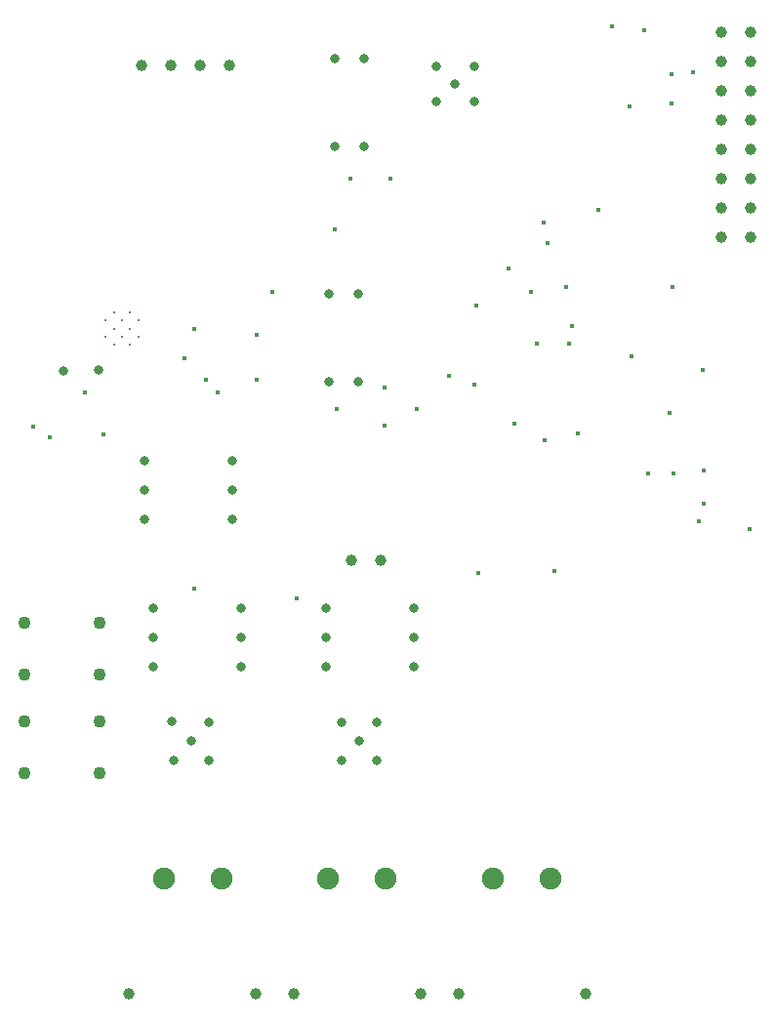
<source format=gbr>
%TF.GenerationSoftware,KiCad,Pcbnew,8.0.6*%
%TF.CreationDate,2025-05-10T04:30:55+07:00*%
%TF.ProjectId,FCU32 2 LAYER,46435533-3220-4322-904c-415945522e6b,rev?*%
%TF.SameCoordinates,Original*%
%TF.FileFunction,Plated,1,2,PTH,Drill*%
%TF.FilePolarity,Positive*%
%FSLAX46Y46*%
G04 Gerber Fmt 4.6, Leading zero omitted, Abs format (unit mm)*
G04 Created by KiCad (PCBNEW 8.0.6) date 2025-05-10 04:30:55*
%MOMM*%
%LPD*%
G01*
G04 APERTURE LIST*
%TA.AperFunction,ComponentDrill*%
%ADD10C,0.200000*%
%TD*%
%TA.AperFunction,ViaDrill*%
%ADD11C,0.400000*%
%TD*%
%TA.AperFunction,ViaDrill*%
%ADD12C,0.800000*%
%TD*%
%TA.AperFunction,ComponentDrill*%
%ADD13C,0.800000*%
%TD*%
%TA.AperFunction,ComponentDrill*%
%ADD14C,1.000000*%
%TD*%
%TA.AperFunction,ComponentDrill*%
%ADD15C,1.100000*%
%TD*%
%TA.AperFunction,ComponentDrill*%
%ADD16C,1.900000*%
%TD*%
G04 APERTURE END LIST*
D10*
%TO.C,U12*%
X27100000Y-47500000D03*
X27100000Y-48900000D03*
X27800000Y-46800000D03*
X27800000Y-48200000D03*
X27800000Y-49600000D03*
X28500000Y-47500000D03*
X28500000Y-48900000D03*
X29200000Y-46800000D03*
X29200000Y-48200000D03*
X29200000Y-49600000D03*
X29900000Y-47500000D03*
X29900000Y-48900000D03*
%TD*%
D11*
X20780000Y-56680000D03*
X22200000Y-57600000D03*
X25273000Y-53721000D03*
X26924000Y-57404000D03*
X33900000Y-50800000D03*
X34750000Y-70780000D03*
X34800000Y-48200000D03*
X35765985Y-52631333D03*
X36788328Y-53754358D03*
X40185333Y-52631333D03*
X40200000Y-48700000D03*
X41500000Y-45000000D03*
X43688000Y-71628000D03*
X46925001Y-39574999D03*
X47100000Y-55200000D03*
X48300000Y-35200000D03*
X51308000Y-53340000D03*
X51308000Y-56642000D03*
X51800000Y-35200000D03*
X54100000Y-55200000D03*
X56896000Y-52324000D03*
X59100000Y-53100000D03*
X59200000Y-46200000D03*
X59400000Y-69400000D03*
X62000000Y-43000000D03*
X62500000Y-56414760D03*
X64000000Y-45000000D03*
X64516000Y-49530000D03*
X65100000Y-39000000D03*
X65200000Y-57900000D03*
X65400000Y-40800000D03*
X66000000Y-69200000D03*
X67000000Y-44600000D03*
X67310000Y-49530000D03*
X67564000Y-48006000D03*
X68050000Y-57250000D03*
X69800000Y-37900000D03*
X71000000Y-22000000D03*
X72500000Y-28900000D03*
X72700000Y-50600000D03*
X73800000Y-22300000D03*
X74100000Y-60800000D03*
X76000000Y-55500000D03*
X76200000Y-26162000D03*
X76200000Y-28702000D03*
X76274999Y-44574999D03*
X76300000Y-60800000D03*
X78000000Y-26000000D03*
X78500000Y-64900000D03*
X78900000Y-51774999D03*
X79000000Y-60500000D03*
X79000000Y-63400000D03*
X82900000Y-65600000D03*
D12*
X23450000Y-51850000D03*
X26430000Y-51810000D03*
X32800000Y-82300000D03*
X32955000Y-85675000D03*
X34480000Y-83999999D03*
X36005000Y-82325000D03*
X36005000Y-85675000D03*
X47577500Y-82325000D03*
X47577500Y-85675000D03*
X49102500Y-83999999D03*
X50627500Y-82325000D03*
X50627500Y-85675000D03*
X55725000Y-25495000D03*
X55725000Y-28545000D03*
X57399999Y-27020000D03*
X59075000Y-25495000D03*
X59075000Y-28545000D03*
D13*
%TO.C,U9*%
X30480000Y-59645000D03*
X30480000Y-62185000D03*
X30480000Y-64725000D03*
%TO.C,U8*%
X31200000Y-72475001D03*
X31200000Y-75015001D03*
X31200000Y-77555000D03*
%TO.C,U9*%
X38100000Y-59645001D03*
X38100000Y-62185000D03*
X38100000Y-64725000D03*
%TO.C,U8*%
X38820000Y-72475001D03*
X38820000Y-75015001D03*
X38820000Y-77555001D03*
%TO.C,U2*%
X46200000Y-72475001D03*
X46200000Y-75015001D03*
X46200000Y-77555000D03*
%TO.C,U13*%
X46435000Y-45200000D03*
X46435000Y-52820000D03*
%TO.C,U7*%
X46925001Y-24780000D03*
X46925001Y-32400000D03*
%TO.C,U13*%
X48975000Y-45200000D03*
X48975000Y-52820000D03*
%TO.C,U7*%
X49465001Y-24780000D03*
X49465001Y-32400000D03*
%TO.C,U2*%
X53820000Y-72475001D03*
X53820000Y-75015001D03*
X53820000Y-77555001D03*
D14*
%TO.C,J4*%
X29100000Y-105900000D03*
%TO.C,J2*%
X30200000Y-25375000D03*
X32740000Y-25375000D03*
X35279999Y-25375000D03*
X37820000Y-25375000D03*
%TO.C,J4*%
X40100000Y-105900000D03*
%TO.C,J5*%
X43400000Y-105900000D03*
%TO.C,JP1*%
X48435000Y-68300000D03*
X50975000Y-68300000D03*
%TO.C,J5*%
X54400000Y-105900000D03*
%TO.C,J3*%
X57700000Y-105900000D03*
X68700000Y-105900000D03*
%TO.C,J1*%
X80460000Y-22500000D03*
X80460000Y-25040000D03*
X80460000Y-27579999D03*
X80460000Y-30120000D03*
X80460000Y-32660000D03*
X80460000Y-35200000D03*
X80460000Y-37740000D03*
X80460000Y-40280001D03*
X83000000Y-22500000D03*
X83000000Y-25040000D03*
X83000000Y-27580000D03*
X83000000Y-30120000D03*
X83000000Y-32660000D03*
X83000000Y-35200000D03*
X83000000Y-37740000D03*
X83000000Y-40280000D03*
D15*
%TO.C,SW1*%
X20066000Y-73732000D03*
X20066000Y-78232000D03*
%TO.C,SW2*%
X20066000Y-82282000D03*
X20066000Y-86782000D03*
%TO.C,SW1*%
X26566000Y-73732000D03*
X26566000Y-78232000D03*
%TO.C,SW2*%
X26566000Y-82282000D03*
X26566000Y-86782000D03*
D16*
%TO.C,J4*%
X32100000Y-95900000D03*
X37100000Y-95900000D03*
%TO.C,J5*%
X46400000Y-95900000D03*
X51400000Y-95900000D03*
%TO.C,J3*%
X60700000Y-95900000D03*
X65700000Y-95900000D03*
M02*

</source>
